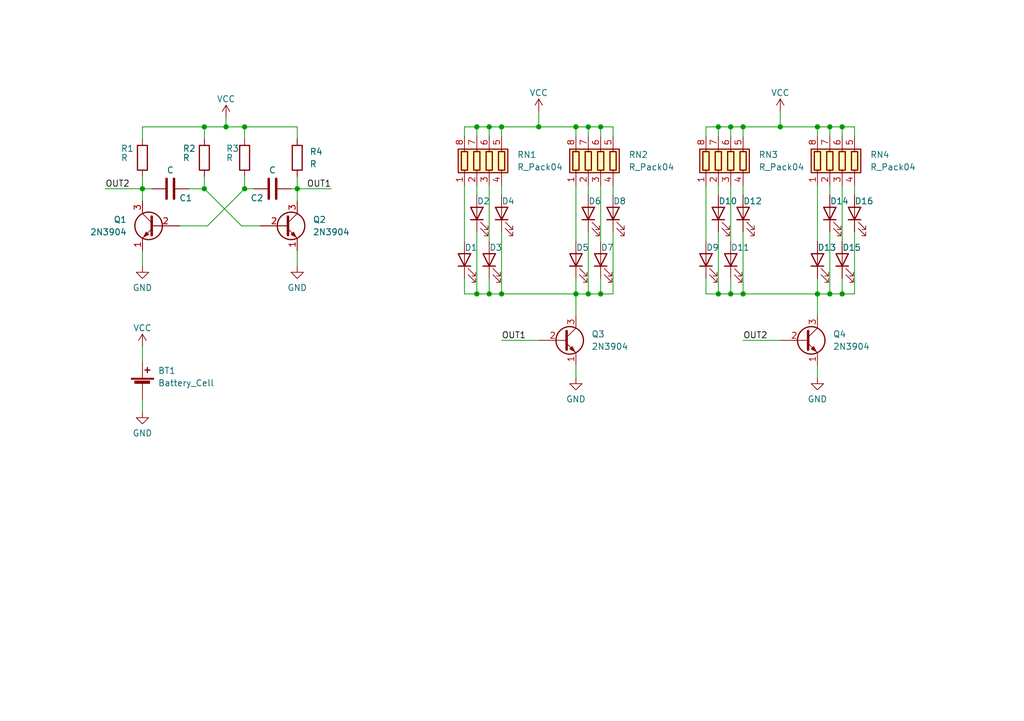
<source format=kicad_sch>
(kicad_sch (version 20211123) (generator eeschema)
  (paper "A5")
  (title_block (title "Workshop circuit") (date "2022-03-20") (rev "1") (comment 1 "B. den Ouden"))
  (lib_symbols
    (symbol "Device:Battery_Cell" (pin_numbers hide) (pin_names (offset 0) hide)
      (property "Reference" "BT" (at 2.54 2.54 0))
      (property "Value" "Battery_Cell" (at 2.54 0 0))
      (symbol "Battery_Cell_0_1"
        (rectangle (start -2.286 1.778) (end 2.286 1.524) (fill (type outline)))
        (rectangle (start -1.5748 1.1938) (end 1.4732 0.6858) (fill (type outline)))
        (polyline (pts (xy 0 0.762) (xy 0 0)))
        (polyline (pts (xy 0 1.778) (xy 0 2.54)))
        (polyline (pts (xy 0.508 3.429) (xy 1.524 3.429)) (stroke (width 0.254)))
        (polyline (pts (xy 1.016 3.937) (xy 1.016 2.921)) (stroke (width 0.254)))
      )
      (symbol "Battery_Cell_1_1"
        (pin passive line (at 0 5.08 270) (length 2.54) (name "+") (number "1"))
        (pin passive line (at 0 -2.54 90) (length 2.54) (name "-") (number "2"))
      )
    )
    (symbol "Device:C" (pin_numbers hide) (pin_names (offset 0.254))
      (property "Reference" "C" (at 0.635 2.54 0))
      (property "Value" "C" (at 0.635 -2.54 0))
      (symbol "C_0_1"
        (polyline (pts (xy -2.032 -0.762) (xy 2.032 -0.762)) (stroke (width 0.508)))
        (polyline (pts (xy -2.032 0.762) (xy 2.032 0.762)) (stroke (width 0.508)))
      )
      (symbol "C_1_1"
        (pin passive line (at 0 3.81 270) (length 2.794) (name "~") (number "1"))
        (pin passive line (at 0 -3.81 90) (length 2.794) (name "~") (number "2"))
      )
    )
    (symbol "Device:LED" (pin_numbers hide) (pin_names (offset 1.016) hide)
      (property "Reference" "D" (at 0 2.54 0))
      (property "Value" "LED" (at 0 -2.54 0))
      (symbol "LED_0_1"
        (polyline (pts (xy -1.27 -1.27) (xy -1.27 1.27)) (stroke (width 0.254)))
        (polyline (pts (xy -1.27 0) (xy 1.27 0)))
        (polyline (pts (xy 1.27 -1.27) (xy 1.27 1.27) (xy -1.27 0) (xy 1.27 -1.27)) (stroke (width 0.254)))
        (polyline (pts (xy -3.048 -0.762) (xy -4.572 -2.286) (xy -3.81 -2.286) (xy -4.572 -2.286) (xy -4.572 -1.524)))
        (polyline (pts (xy -1.778 -0.762) (xy -3.302 -2.286) (xy -2.54 -2.286) (xy -3.302 -2.286) (xy -3.302 -1.524)))
      )
      (symbol "LED_1_1"
        (pin passive line (at -3.81 0 0) (length 2.54) (name "K") (number "1"))
        (pin passive line (at 3.81 0 180) (length 2.54) (name "A") (number "2"))
      )
    )
    (symbol "Device:R" (pin_numbers hide) (pin_names (offset 0))
      (property "Reference" "R" (at 2.032 0 90))
      (property "Value" "R" (at 0 0 90))
      (symbol "R_0_1"
        (rectangle (start -1.016 -2.54) (end 1.016 2.54) (stroke (width 0.254)))
      )
      (symbol "R_1_1"
        (pin passive line (at 0 3.81 270) (length 1.27) (name "~") (number "1"))
        (pin passive line (at 0 -3.81 90) (length 1.27) (name "~") (number "2"))
      )
    )
    (symbol "Device:R_Pack04" (pin_names (offset 0) hide)
      (property "Reference" "RN" (at -7.62 0 90))
      (property "Value" "R_Pack04" (at 5.08 0 90))
      (symbol "R_Pack04_0_1"
        (rectangle (start -6.35 -2.413) (end 3.81 2.413) (stroke (width 0.254)) (fill (type background)))
        (rectangle (start -5.715 1.905) (end -4.445 -1.905) (stroke (width 0.254)))
        (rectangle (start -3.175 1.905) (end -1.905 -1.905) (stroke (width 0.254)))
        (rectangle (start -0.635 1.905) (end 0.635 -1.905) (stroke (width 0.254)))
        (polyline (pts (xy -5.08 -2.54) (xy -5.08 -1.905)))
        (polyline (pts (xy -5.08 1.905) (xy -5.08 2.54)))
        (polyline (pts (xy -2.54 -2.54) (xy -2.54 -1.905)))
        (polyline (pts (xy -2.54 1.905) (xy -2.54 2.54)))
        (polyline (pts (xy 0 -2.54) (xy 0 -1.905)))
        (polyline (pts (xy 0 1.905) (xy 0 2.54)))
        (polyline (pts (xy 2.54 -2.54) (xy 2.54 -1.905)))
        (polyline (pts (xy 2.54 1.905) (xy 2.54 2.54)))
        (rectangle (start 1.905 1.905) (end 3.175 -1.905) (stroke (width 0.254)))
      )
      (symbol "R_Pack04_1_1"
        (pin passive line (at -5.08 -5.08 90) (length 2.54) (name "R1.1") (number "1"))
        (pin passive line (at -2.54 -5.08 90) (length 2.54) (name "R2.1") (number "2"))
        (pin passive line (at 0 -5.08 90) (length 2.54) (name "R3.1") (number "3"))
        (pin passive line (at 2.54 -5.08 90) (length 2.54) (name "R4.1") (number "4"))
        (pin passive line (at 2.54 5.08 270) (length 2.54) (name "R4.2") (number "5"))
        (pin passive line (at 0 5.08 270) (length 2.54) (name "R3.2") (number "6"))
        (pin passive line (at -2.54 5.08 270) (length 2.54) (name "R2.2") (number "7"))
        (pin passive line (at -5.08 5.08 270) (length 2.54) (name "R1.2") (number "8"))
      )
    )
    (symbol "Transistor_BJT:2N3904" (pin_names (offset 0) hide)
      (property "Reference" "Q" (at 5.08 1.905 0))
      (property "Value" "2N3904" (at 5.08 0 0))
      (symbol "2N3904_0_1"
        (polyline (pts (xy 0.635 0.635) (xy 2.54 2.54)))
        (polyline (pts (xy 0.635 -0.635) (xy 2.54 -2.54) (xy 2.54 -2.54)))
        (polyline (pts (xy 0.635 1.905) (xy 0.635 -1.905) (xy 0.635 -1.905)) (stroke (width 0.508)))
        (polyline (pts (xy 1.27 -1.778) (xy 1.778 -1.27) (xy 2.286 -2.286) (xy 1.27 -1.778) (xy 1.27 -1.778)) (fill (type outline)))
        (circle (center 1.27 0) (radius 2.8194) (stroke (width 0.254)))
      )
      (symbol "2N3904_1_1"
        (pin passive line (at 2.54 -5.08 90) (length 2.54) (name "E") (number "1"))
        (pin passive line (at -5.08 0 0) (length 5.715) (name "B") (number "2"))
        (pin passive line (at 2.54 5.08 270) (length 2.54) (name "C") (number "3"))
      )
    )
    (symbol "power:GND" (power) (pin_names (offset 0))
      (property "Value" "GND" (at 0 -3.81 0))
      (symbol "GND_0_1"
        (polyline (pts (xy 0 0) (xy 0 -1.27) (xy 1.27 -1.27) (xy 0 -2.54) (xy -1.27 -1.27) (xy 0 -1.27)))
      )
      (symbol "GND_1_1"
        (pin power_in line (at 0 0 270) (length 0) hide (name "GND") (number "1"))
      )
    )
    (symbol "power:VCC" (power) (pin_names (offset 0))
      (property "Value" "VCC" (at 0 3.81 0))
      (symbol "VCC_0_1"
        (polyline (pts (xy -0.762 1.27) (xy 0 2.54)))
        (polyline (pts (xy 0 0) (xy 0 2.54)))
        (polyline (pts (xy 0 2.54) (xy 0.762 1.27)))
      )
      (symbol "VCC_1_1"
        (pin power_in line (at 0 0 90) (length 0) hide (name "VCC") (number "1"))
      )
    )
  )
  (junction (at 46.355 26.035))
  (junction (at 50.165 26.035))
  (junction (at 147.32 60.325))
  (junction (at 41.91 38.735))
  (junction (at 170.18 26.035))
  (junction (at 172.72 60.325))
  (junction (at 147.32 26.035))
  (junction (at 149.86 26.035))
  (junction (at 120.65 26.035))
  (junction (at 167.64 26.035))
  (junction (at 123.19 26.035))
  (junction (at 123.19 60.325))
  (junction (at 120.65 60.325))
  (junction (at 172.72 26.035))
  (junction (at 160.02 26.035))
  (junction (at 118.11 60.325))
  (junction (at 29.21 38.735))
  (junction (at 152.4 26.035))
  (junction (at 102.87 26.035))
  (junction (at 152.4 60.325))
  (junction (at 102.87 60.325))
  (junction (at 97.79 60.325))
  (junction (at 100.33 60.325))
  (junction (at 60.96 38.735))
  (junction (at 97.79 26.035))
  (junction (at 50.165 38.735))
  (junction (at 41.91 26.035))
  (junction (at 167.64 60.325))
  (junction (at 110.49 26.035))
  (junction (at 149.86 60.325))
  (junction (at 170.18 60.325))
  (junction (at 100.33 26.035))
  (junction (at 118.11 26.035))
  (wire (pts (xy 97.79 38.1) (xy 97.79 40.005)))
  (wire (pts (xy 97.79 60.325) (xy 95.25 60.325)))
  (wire (pts (xy 29.21 26.035) (xy 41.91 26.035)))
  (wire (pts (xy 120.65 47.625) (xy 120.65 60.325)))
  (wire (pts (xy 118.11 74.93) (xy 118.11 77.47)))
  (wire (pts (xy 118.11 60.325) (xy 118.11 57.15)))
  (wire (pts (xy 175.26 38.1) (xy 175.26 40.005)))
  (wire (pts (xy 60.96 26.035) (xy 60.96 28.575)))
  (wire (pts (xy 102.87 69.85) (xy 110.49 69.85)))
  (wire (pts (xy 170.18 38.1) (xy 170.18 40.005)))
  (wire (pts (xy 29.21 36.195) (xy 29.21 38.735)))
  (wire (pts (xy 172.72 27.94) (xy 172.72 26.035)))
  (wire (pts (xy 120.65 38.1) (xy 120.65 40.005)))
  (wire (pts (xy 125.73 26.035) (xy 123.19 26.035)))
  (wire (pts (xy 144.78 26.035) (xy 144.78 27.94)))
  (wire (pts (xy 152.4 26.035) (xy 149.86 26.035)))
  (wire (pts (xy 21.59 38.735) (xy 29.21 38.735)))
  (wire (pts (xy 160.02 22.86) (xy 160.02 26.035)))
  (wire (pts (xy 29.21 38.735) (xy 29.21 41.275)))
  (wire (pts (xy 102.87 38.1) (xy 102.87 40.005)))
  (wire (pts (xy 147.32 38.1) (xy 147.32 40.005)))
  (wire (pts (xy 50.165 26.035) (xy 50.165 28.575)))
  (wire (pts (xy 175.26 27.94) (xy 175.26 26.035)))
  (wire (pts (xy 120.65 26.035) (xy 118.11 26.035)))
  (wire (pts (xy 60.96 36.195) (xy 60.96 38.735)))
  (wire (pts (xy 95.25 38.1) (xy 95.25 49.53)))
  (wire (pts (xy 147.32 60.325) (xy 144.78 60.325)))
  (wire (pts (xy 29.21 71.12) (xy 29.21 74.295)))
  (wire (pts (xy 53.34 46.355) (xy 49.53 46.355)))
  (wire (pts (xy 147.32 60.325) (xy 149.86 60.325)))
  (wire (pts (xy 167.64 74.93) (xy 167.64 77.47)))
  (wire (pts (xy 147.32 47.625) (xy 147.32 60.325)))
  (wire (pts (xy 60.96 51.435) (xy 60.96 54.61)))
  (wire (pts (xy 125.73 47.625) (xy 125.73 60.325)))
  (wire (pts (xy 50.165 36.195) (xy 50.165 38.735)))
  (wire (pts (xy 149.86 26.035) (xy 147.32 26.035)))
  (wire (pts (xy 144.78 60.325) (xy 144.78 57.15)))
  (wire (pts (xy 110.49 26.035) (xy 118.11 26.035)))
  (wire (pts (xy 152.4 60.325) (xy 149.86 60.325)))
  (wire (pts (xy 152.4 26.035) (xy 160.02 26.035)))
  (wire (pts (xy 97.79 27.94) (xy 97.79 26.035)))
  (wire (pts (xy 59.69 38.735) (xy 60.96 38.735)))
  (wire (pts (xy 167.64 60.325) (xy 167.64 64.77)))
  (wire (pts (xy 100.33 26.035) (xy 97.79 26.035)))
  (wire (pts (xy 147.32 27.94) (xy 147.32 26.035)))
  (wire (pts (xy 29.21 28.575) (xy 29.21 26.035)))
  (wire (pts (xy 36.83 46.355) (xy 42.545 46.355)))
  (wire (pts (xy 46.355 24.13) (xy 46.355 26.035)))
  (wire (pts (xy 49.53 46.355) (xy 41.91 38.735)))
  (wire (pts (xy 102.87 60.325) (xy 118.11 60.325)))
  (wire (pts (xy 41.91 26.035) (xy 41.91 28.575)))
  (wire (pts (xy 120.65 60.325) (xy 123.19 60.325)))
  (wire (pts (xy 152.4 27.94) (xy 152.4 26.035)))
  (wire (pts (xy 170.18 60.325) (xy 167.64 60.325)))
  (wire (pts (xy 29.21 81.915) (xy 29.21 84.455)))
  (wire (pts (xy 102.87 47.625) (xy 102.87 60.325)))
  (wire (pts (xy 170.18 47.625) (xy 170.18 60.325)))
  (wire (pts (xy 95.25 60.325) (xy 95.25 57.15)))
  (wire (pts (xy 118.11 26.035) (xy 118.11 27.94)))
  (wire (pts (xy 125.73 60.325) (xy 123.19 60.325)))
  (wire (pts (xy 42.545 46.355) (xy 50.165 38.735)))
  (wire (pts (xy 147.32 26.035) (xy 144.78 26.035)))
  (wire (pts (xy 50.165 26.035) (xy 60.96 26.035)))
  (wire (pts (xy 125.73 38.1) (xy 125.73 40.005)))
  (wire (pts (xy 29.21 51.435) (xy 29.21 54.61)))
  (wire (pts (xy 110.49 22.86) (xy 110.49 26.035)))
  (wire (pts (xy 120.65 60.325) (xy 118.11 60.325)))
  (wire (pts (xy 123.19 60.325) (xy 123.19 57.15)))
  (wire (pts (xy 172.72 38.1) (xy 172.72 49.53)))
  (wire (pts (xy 118.11 60.325) (xy 118.11 64.77)))
  (wire (pts (xy 152.4 47.625) (xy 152.4 60.325)))
  (wire (pts (xy 167.64 26.035) (xy 167.64 27.94)))
  (wire (pts (xy 41.91 26.035) (xy 46.355 26.035)))
  (wire (pts (xy 172.72 60.325) (xy 172.72 57.15)))
  (wire (pts (xy 41.91 38.735) (xy 41.91 36.195)))
  (wire (pts (xy 50.165 38.735) (xy 52.07 38.735)))
  (wire (pts (xy 144.78 38.1) (xy 144.78 49.53)))
  (wire (pts (xy 152.4 38.1) (xy 152.4 40.005)))
  (wire (pts (xy 38.735 38.735) (xy 41.91 38.735)))
  (wire (pts (xy 149.86 60.325) (xy 149.86 57.15)))
  (wire (pts (xy 175.26 26.035) (xy 172.72 26.035)))
  (wire (pts (xy 120.65 27.94) (xy 120.65 26.035)))
  (wire (pts (xy 100.33 38.1) (xy 100.33 49.53)))
  (wire (pts (xy 46.355 26.035) (xy 50.165 26.035)))
  (wire (pts (xy 170.18 26.035) (xy 167.64 26.035)))
  (wire (pts (xy 100.33 27.94) (xy 100.33 26.035)))
  (wire (pts (xy 95.25 26.035) (xy 95.25 27.94)))
  (wire (pts (xy 123.19 26.035) (xy 120.65 26.035)))
  (wire (pts (xy 160.02 26.035) (xy 167.64 26.035)))
  (wire (pts (xy 152.4 69.85) (xy 160.02 69.85)))
  (wire (pts (xy 60.96 38.735) (xy 60.96 41.275)))
  (wire (pts (xy 60.96 38.735) (xy 67.945 38.735)))
  (wire (pts (xy 125.73 27.94) (xy 125.73 26.035)))
  (wire (pts (xy 123.19 27.94) (xy 123.19 26.035)))
  (wire (pts (xy 97.79 60.325) (xy 100.33 60.325)))
  (wire (pts (xy 172.72 26.035) (xy 170.18 26.035)))
  (wire (pts (xy 167.64 38.1) (xy 167.64 49.53)))
  (wire (pts (xy 102.87 60.325) (xy 100.33 60.325)))
  (wire (pts (xy 102.87 26.035) (xy 110.49 26.035)))
  (wire (pts (xy 97.79 47.625) (xy 97.79 60.325)))
  (wire (pts (xy 118.11 38.1) (xy 118.11 49.53)))
  (wire (pts (xy 102.87 27.94) (xy 102.87 26.035)))
  (wire (pts (xy 167.64 60.325) (xy 167.64 57.15)))
  (wire (pts (xy 100.33 60.325) (xy 100.33 57.15)))
  (wire (pts (xy 170.18 27.94) (xy 170.18 26.035)))
  (wire (pts (xy 97.79 26.035) (xy 95.25 26.035)))
  (wire (pts (xy 149.86 38.1) (xy 149.86 49.53)))
  (wire (pts (xy 123.19 38.1) (xy 123.19 49.53)))
  (wire (pts (xy 29.21 38.735) (xy 31.115 38.735)))
  (wire (pts (xy 149.86 27.94) (xy 149.86 26.035)))
  (wire (pts (xy 175.26 60.325) (xy 172.72 60.325)))
  (wire (pts (xy 170.18 60.325) (xy 172.72 60.325)))
  (wire (pts (xy 102.87 26.035) (xy 100.33 26.035)))
  (wire (pts (xy 152.4 60.325) (xy 167.64 60.325)))
  (wire (pts (xy 175.26 47.625) (xy 175.26 60.325)))
  (label "OUT2" (at 21.59 38.735 0))
  (label "OUT1" (at 67.945 38.735 180))
  (label "OUT1" (at 102.87 69.85 0))
  (label "OUT2" (at 152.4 69.85 0))
  (symbol (lib_id "power:GND") (at 167.64 77.47 0) (unit 1)
    (property "Reference" "#PWR08" (effects hide))
    (property "Value" "GND" (at 167.64 81.915 0))
  )
  (symbol (lib_id "Device:R_Pack04") (at 172.72 33.02 0) (unit 1)
    (property "Reference" "RN4" (at 178.435 31.7499 0) (effects (justify left)))
    (property "Value" "R_Pack04" (at 178.435 34.2899 0) (effects (justify left)))
    (property "Footprint" "Resistor_SMD:R_Array_Convex_4x0603" (effects hide))
  )
  (symbol (lib_id "Device:C") (at 55.88 38.735 90) (unit 1)
    (property "Reference" "C2" (at 52.705 40.64 90))
    (property "Value" "C" (at 55.88 34.925 90))
    (property "Footprint" "Capacitor_SMD:C_0603_1608Metric" (effects hide))
  )
  (symbol (lib_id "Device:R") (at 29.21 32.385 0) (unit 1)
    (property "Reference" "R1" (at 24.765 30.48 0) (effects (justify left)))
    (property "Value" "R" (at 24.765 32.385 0) (effects (justify left)))
    (property "Footprint" "Resistor_SMD:R_0603_1608Metric" (effects hide))
  )
  (symbol (lib_id "power:VCC") (at 29.21 71.12 0) (unit 1)
    (property "Reference" "#PWR06" (effects hide))
    (property "Value" "VCC" (at 29.21 67.31 0))
  )
  (symbol (lib_id "Device:LED") (at 144.78 53.34 90) (unit 1)
    (property "Reference" "D9" (at 144.78 50.8 90) (effects (justify right)))
    (property "Value" "LED" (effects hide))
    (property "Footprint" "LED_SMD:LED_0805_2012Metric" (effects hide))
  )
  (symbol (lib_id "Device:LED") (at 170.18 43.815 90) (unit 1)
    (property "Reference" "D14" (at 170.18 41.275 90) (effects (justify right)))
    (property "Value" "LED" (effects hide))
    (property "Footprint" "LED_SMD:LED_0805_2012Metric" (effects hide))
  )
  (symbol (lib_id "Device:LED") (at 120.65 43.815 90) (unit 1)
    (property "Reference" "D6" (at 120.65 41.275 90) (effects (justify right)))
    (property "Value" "LED" (effects hide))
    (property "Footprint" "LED_SMD:LED_0805_2012Metric" (effects hide))
  )
  (symbol (lib_id "Device:LED") (at 118.11 53.34 90) (unit 1)
    (property "Reference" "D5" (at 118.11 50.8 90) (effects (justify right)))
    (property "Value" "LED" (effects hide))
    (property "Footprint" "LED_SMD:LED_0805_2012Metric" (effects hide))
  )
  (symbol (lib_id "power:GND") (at 29.21 54.61 0) (unit 1)
    (property "Reference" "#PWR04" (effects hide))
    (property "Value" "GND" (at 29.21 59.055 0))
  )
  (symbol (lib_id "power:VCC") (at 110.49 22.86 0) (unit 1)
    (property "Reference" "#PWR01" (effects hide))
    (property "Value" "VCC" (at 110.49 19.05 0))
  )
  (symbol (lib_id "Device:R") (at 41.91 32.385 0) (unit 1)
    (property "Reference" "R2" (at 37.465 30.48 0) (effects (justify left)))
    (property "Value" "R" (at 37.465 32.385 0) (effects (justify left)))
    (property "Footprint" "Resistor_SMD:R_0603_1608Metric" (effects hide))
  )
  (symbol (lib_id "Device:R_Pack04") (at 123.19 33.02 0) (unit 1)
    (property "Reference" "RN2" (at 128.905 31.7499 0) (effects (justify left)))
    (property "Value" "R_Pack04" (at 128.905 34.2899 0) (effects (justify left)))
    (property "Footprint" "Resistor_SMD:R_Array_Convex_4x0603" (effects hide))
  )
  (symbol (lib_id "Device:LED") (at 95.25 53.34 90) (unit 1)
    (property "Reference" "D1" (at 95.25 50.8 90) (effects (justify right)))
    (property "Value" "LED" (effects hide))
    (property "Footprint" "LED_SMD:LED_0805_2012Metric" (effects hide))
  )
  (symbol (lib_id "Device:R_Pack04") (at 100.33 33.02 0) (unit 1)
    (property "Reference" "RN1" (at 106.045 31.7499 0) (effects (justify left)))
    (property "Value" "R_Pack04" (at 106.045 34.2899 0) (effects (justify left)))
    (property "Footprint" "Resistor_SMD:R_Array_Convex_4x0603" (effects hide))
  )
  (symbol (lib_id "Device:LED") (at 149.86 53.34 90) (unit 1)
    (property "Reference" "D11" (at 149.86 50.8 90) (effects (justify right)))
    (property "Value" "LED" (effects hide))
    (property "Footprint" "LED_SMD:LED_0805_2012Metric" (effects hide))
  )
  (symbol (lib_id "Device:C") (at 34.925 38.735 90) (unit 1)
    (property "Reference" "C1" (at 38.1 40.64 90))
    (property "Value" "C" (at 34.925 34.925 90))
    (property "Footprint" "Capacitor_SMD:C_0603_1608Metric" (effects hide))
  )
  (symbol (lib_id "power:GND") (at 29.21 84.455 0) (unit 1)
    (property "Reference" "#PWR09" (effects hide))
    (property "Value" "GND" (at 29.21 88.9 0))
  )
  (symbol (lib_id "Device:R") (at 50.165 32.385 0) (unit 1)
    (property "Reference" "R3" (at 46.355 30.48 0) (effects (justify left)))
    (property "Value" "R" (at 46.355 32.385 0) (effects (justify left)))
    (property "Footprint" "Resistor_SMD:R_0603_1608Metric" (effects hide))
  )
  (symbol (lib_id "Transistor_BJT:2N3904") (at 165.1 69.85 0) (unit 1)
    (property "Reference" "Q4" (at 170.815 68.5799 0) (effects (justify left)))
    (property "Value" "2N3904" (at 170.815 71.1199 0) (effects (justify left)))
    (property "Footprint" "Package_TO_SOT_THT:TO-92_Inline" (effects hide))
    (property "Datasheet" "https://www.onsemi.com/pub/Collateral/2N3903-D.PDF" (effects hide))
  )
  (symbol (lib_id "Transistor_BJT:2N3904") (at 58.42 46.355 0) (unit 1)
    (property "Reference" "Q2" (at 64.135 45.0849 0) (effects (justify left)))
    (property "Value" "2N3904" (at 64.135 47.6249 0) (effects (justify left)))
    (property "Footprint" "Package_TO_SOT_THT:TO-92_Inline" (effects hide))
    (property "Datasheet" "https://www.onsemi.com/pub/Collateral/2N3903-D.PDF" (effects hide))
  )
  (symbol (lib_id "Device:R_Pack04") (at 149.86 33.02 0) (unit 1)
    (property "Reference" "RN3" (at 155.575 31.7499 0) (effects (justify left)))
    (property "Value" "R_Pack04" (at 155.575 34.2899 0) (effects (justify left)))
    (property "Footprint" "Resistor_SMD:R_Array_Convex_4x0603" (effects hide))
  )
  (symbol (lib_id "Device:LED") (at 97.79 43.815 90) (unit 1)
    (property "Reference" "D2" (at 97.79 41.275 90) (effects (justify right)))
    (property "Value" "LED" (effects hide))
    (property "Footprint" "LED_SMD:LED_0805_2012Metric" (effects hide))
  )
  (symbol (lib_id "power:VCC") (at 160.02 22.86 0) (unit 1)
    (property "Reference" "#PWR02" (effects hide))
    (property "Value" "VCC" (at 160.02 19.05 0))
  )
  (symbol (lib_id "power:GND") (at 60.96 54.61 0) (unit 1)
    (property "Reference" "#PWR05" (effects hide))
    (property "Value" "GND" (at 60.96 59.055 0))
  )
  (symbol (lib_id "Device:LED") (at 123.19 53.34 90) (unit 1)
    (property "Reference" "D7" (at 123.19 50.8 90) (effects (justify right)))
    (property "Value" "LED" (effects hide))
    (property "Footprint" "LED_SMD:LED_0805_2012Metric" (effects hide))
  )
  (symbol (lib_id "Device:LED") (at 147.32 43.815 90) (unit 1)
    (property "Reference" "D10" (at 147.32 41.275 90) (effects (justify right)))
    (property "Value" "LED" (effects hide))
    (property "Footprint" "LED_SMD:LED_0805_2012Metric" (effects hide))
  )
  (symbol (lib_id "Device:LED") (at 125.73 43.815 90) (unit 1)
    (property "Reference" "D8" (at 125.73 41.275 90) (effects (justify right)))
    (property "Value" "LED" (effects hide))
    (property "Footprint" "LED_SMD:LED_0805_2012Metric" (effects hide))
  )
  (symbol (lib_id "Transistor_BJT:2N3904") (at 115.57 69.85 0) (unit 1)
    (property "Reference" "Q3" (at 121.285 68.5799 0) (effects (justify left)))
    (property "Value" "2N3904" (at 121.285 71.1199 0) (effects (justify left)))
    (property "Footprint" "Package_TO_SOT_THT:TO-92_Inline" (effects hide))
    (property "Datasheet" "https://www.onsemi.com/pub/Collateral/2N3903-D.PDF" (effects hide))
  )
  (symbol (lib_id "Device:LED") (at 102.87 43.815 90) (unit 1)
    (property "Reference" "D4" (at 102.87 41.275 90) (effects (justify right)))
    (property "Value" "LED" (effects hide))
    (property "Footprint" "LED_SMD:LED_0805_2012Metric" (effects hide))
  )
  (symbol (lib_id "power:VCC") (at 46.355 24.13 0) (unit 1)
    (property "Reference" "#PWR03" (effects hide))
    (property "Value" "VCC" (at 46.355 20.32 0))
  )
  (symbol (lib_id "Device:Battery_Cell") (at 29.21 79.375 0) (unit 1)
    (property "Reference" "BT1" (at 32.385 76.0729 0) (effects (justify left)))
    (property "Value" "Battery_Cell" (at 32.385 78.6129 0) (effects (justify left)))
    (property "Footprint" "Battery:BatteryHolder_Keystone_3002_1x2032" (effects hide))
  )
  (symbol (lib_id "Device:LED") (at 152.4 43.815 90) (unit 1)
    (property "Reference" "D12" (at 152.4 41.275 90) (effects (justify right)))
    (property "Value" "LED" (effects hide))
    (property "Footprint" "LED_SMD:LED_0805_2012Metric" (effects hide))
  )
  (symbol (lib_id "Device:R") (at 60.96 32.385 0) (unit 1)
    (property "Reference" "R4" (at 63.5 31.1149 0) (effects (justify left)))
    (property "Value" "R" (at 63.5 33.6549 0) (effects (justify left)))
    (property "Footprint" "Resistor_SMD:R_0603_1608Metric" (effects hide))
  )
  (symbol (lib_id "Device:LED") (at 167.64 53.34 90) (unit 1)
    (property "Reference" "D13" (at 167.64 50.8 90) (effects (justify right)))
    (property "Value" "LED" (effects hide))
    (property "Footprint" "LED_SMD:LED_0805_2012Metric" (effects hide))
  )
  (symbol (lib_id "Device:LED") (at 175.26 43.815 90) (unit 1)
    (property "Reference" "D16" (at 175.26 41.275 90) (effects (justify right)))
    (property "Value" "LED" (effects hide))
    (property "Footprint" "LED_SMD:LED_0805_2012Metric" (effects hide))
  )
  (symbol (lib_id "Device:LED") (at 100.33 53.34 90) (unit 1)
    (property "Reference" "D3" (at 100.33 50.8 90) (effects (justify right)))
    (property "Value" "LED" (effects hide))
    (property "Footprint" "LED_SMD:LED_0805_2012Metric" (effects hide))
  )
  (symbol (lib_id "power:GND") (at 118.11 77.47 0) (unit 1)
    (property "Reference" "#PWR07" (effects hide))
    (property "Value" "GND" (at 118.11 81.915 0))
  )
  (symbol (lib_id "Transistor_BJT:2N3904") (at 31.75 46.355 0) (mirror y) (unit 1)
    (property "Reference" "Q1" (at 26.035 45.0849 0) (effects (justify left)))
    (property "Value" "2N3904" (at 26.035 47.6249 0) (effects (justify left)))
    (property "Footprint" "Package_TO_SOT_THT:TO-92_Inline" (effects hide))
    (property "Datasheet" "https://www.onsemi.com/pub/Collateral/2N3903-D.PDF" (effects hide))
  )
  (symbol (lib_id "Device:LED") (at 172.72 53.34 90) (unit 1)
    (property "Reference" "D15" (at 172.72 50.8 90) (effects (justify right)))
    (property "Value" "LED" (effects hide))
    (property "Footprint" "LED_SMD:LED_0805_2012Metric" (effects hide))
  )
)
</source>
